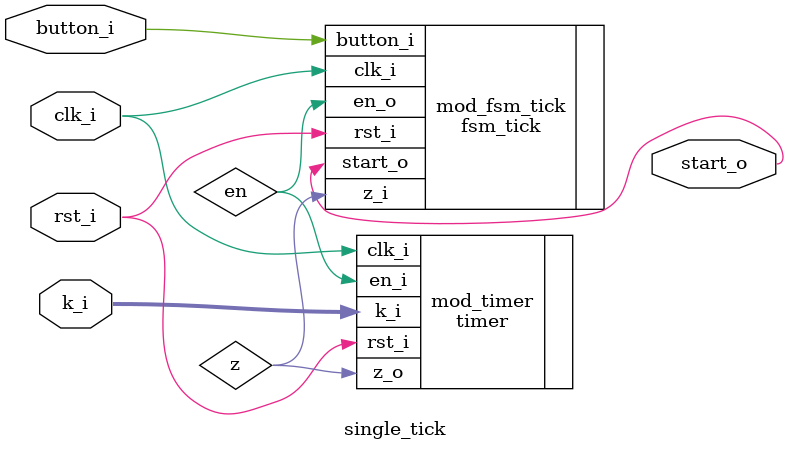
<source format=v>

module single_tick #(
  parameter Width = 29
) (
  input              rst_i,
  input              clk_i,
  input  [Width-1:0] k_i,
  input              button_i,
  output             start_o
);

  wire z, en;

  timer #(.Width(Width)) mod_timer (
    .rst_i(rst_i),
    .clk_i(clk_i),
    .en_i(en),
    .k_i(k_i),
    .z_o(z)
  );

  fsm_tick mod_fsm_tick (
    .rst_i(rst_i),
    .clk_i(clk_i),
    .button_i(button_i),
    .z_i(z),
    .start_o(start_o),
    .en_o(en)
  );

endmodule
</source>
